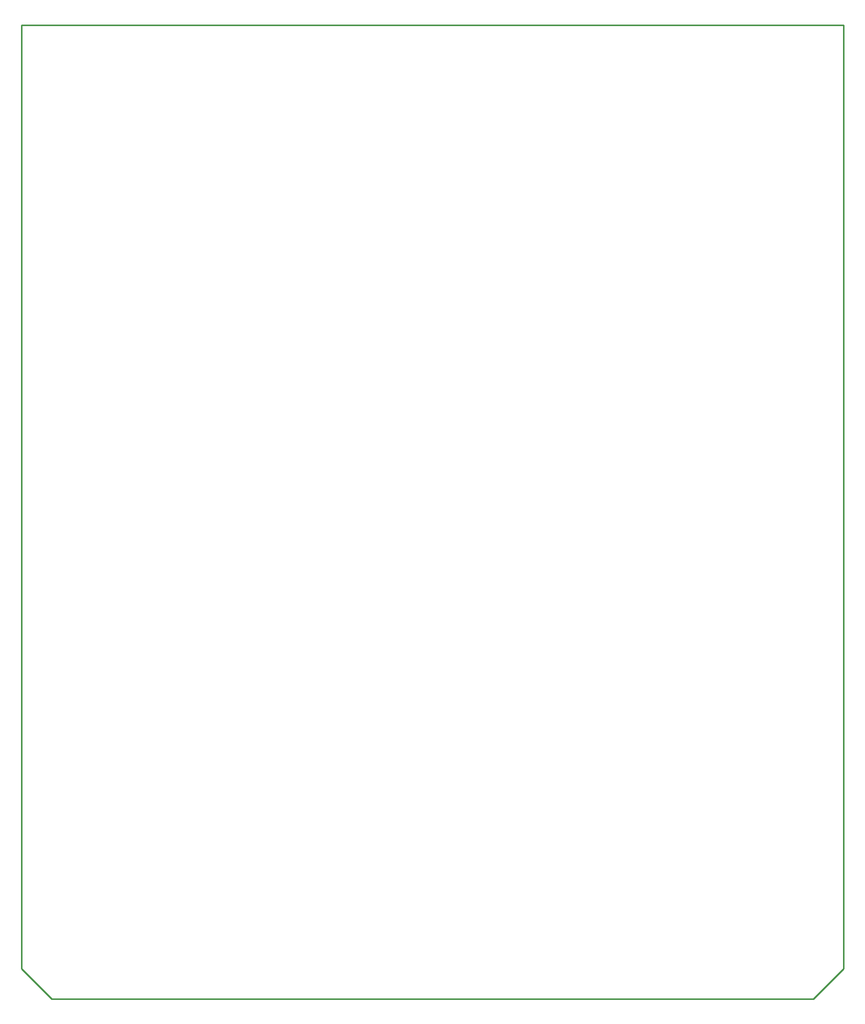
<source format=gm1>
G04 Layer_Color=16711935*
%FSLAX44Y44*%
%MOMM*%
G71*
G01*
G75*
%ADD18C,0.2540*%
D18*
X0Y1610000D02*
X1360000D01*
X0Y50000D02*
X50000Y0D01*
X1310000D02*
X1360000Y50000D01*
Y1610000D01*
X50000Y0D02*
X1310000D01*
X0Y50000D02*
Y1610000D01*
M02*

</source>
